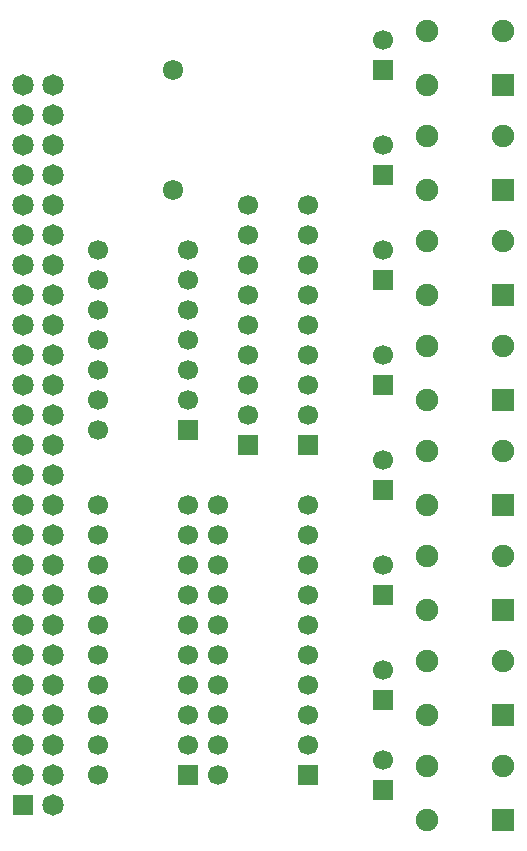
<source format=gbr>
G04 DipTrace 3.2.0.1*
G04 TopMask.gbr*
%MOMM*%
G04 #@! TF.FileFunction,Soldermask,Top*
G04 #@! TF.Part,Single*
%ADD19R,1.7X1.7*%
%ADD20C,1.7*%
%ADD33R,1.82X1.82*%
%ADD35C,1.82*%
%ADD37C,1.9*%
%ADD38R,1.9X1.9*%
%ADD39C,1.724*%
%ADD41C,1.724*%
%ADD43C,1.7*%
%FSLAX35Y35*%
G04*
G71*
G90*
G75*
G01*
G04 TopMask*
%LPD*%
D20*
X-508000Y-5461000D3*
D19*
Y-5715000D3*
D20*
Y-4699000D3*
D19*
Y-4953000D3*
D20*
Y-3810000D3*
D19*
Y-4064000D3*
D20*
Y-2921000D3*
D19*
Y-3175000D3*
D20*
Y-2032000D3*
D19*
Y-2286000D3*
D20*
Y-1143000D3*
D19*
Y-1397000D3*
D20*
Y-254000D3*
D19*
Y-508000D3*
D20*
Y635000D3*
D19*
Y381000D3*
X-1651000Y-2794000D3*
D43*
Y-2540000D3*
Y-2286000D3*
Y-2032000D3*
Y-1778000D3*
Y-1524000D3*
Y-1270000D3*
Y-1016000D3*
Y-762000D3*
D41*
X-2286000Y-635000D3*
D39*
Y381000D3*
D19*
X-1143000Y-2794000D3*
D43*
Y-2540000D3*
Y-2286000D3*
Y-2032000D3*
Y-1778000D3*
Y-1524000D3*
Y-1270000D3*
Y-1016000D3*
Y-762000D3*
D38*
X508000Y-5969000D3*
D37*
Y-5519000D3*
X-142000D3*
Y-5969000D3*
D38*
X508000Y-5080000D3*
D37*
Y-4630000D3*
X-142000D3*
Y-5080000D3*
D38*
X508000Y-4191000D3*
D37*
Y-3741000D3*
X-142000D3*
Y-4191000D3*
D38*
X508000Y-3302000D3*
D37*
Y-2852000D3*
X-142000D3*
Y-3302000D3*
D38*
X508000Y-2413000D3*
D37*
Y-1963000D3*
X-142000D3*
Y-2413000D3*
D38*
X508000Y-1524000D3*
D37*
Y-1074000D3*
X-142000D3*
Y-1524000D3*
D38*
X508000Y-635000D3*
D37*
Y-185000D3*
X-142000D3*
Y-635000D3*
D38*
X508000Y254000D3*
D37*
Y704000D3*
X-142000D3*
Y254000D3*
D19*
X-2159000Y-2667000D3*
D20*
Y-2413000D3*
Y-2159000D3*
Y-1905000D3*
Y-1651000D3*
Y-1397000D3*
Y-1143000D3*
X-2921000D3*
Y-1397000D3*
Y-1651000D3*
Y-1905000D3*
Y-2159000D3*
Y-2413000D3*
Y-2667000D3*
D19*
X-2159000Y-5588000D3*
D20*
Y-5334000D3*
Y-5080000D3*
Y-4826000D3*
Y-4571997D3*
Y-4317997D3*
Y-4064000D3*
Y-3809997D3*
Y-3555997D3*
Y-3302000D3*
X-2921000Y-5587997D3*
Y-5333997D3*
Y-5079997D3*
Y-4826000D3*
Y-4571997D3*
Y-4317997D3*
Y-4064000D3*
Y-3809997D3*
Y-3555997D3*
Y-3302000D3*
D35*
X-3302000Y-5842000D3*
Y-5588000D3*
Y-5334000D3*
Y-5080000D3*
Y-4826000D3*
Y-4572000D3*
Y-4318000D3*
Y-4064000D3*
Y-3810000D3*
Y-3556000D3*
Y-3302000D3*
Y-3048000D3*
Y-2794000D3*
Y-2540000D3*
Y-2286000D3*
Y-2032000D3*
Y-1778000D3*
Y-1524000D3*
Y-1270000D3*
Y-1016000D3*
Y-762000D3*
Y-508000D3*
Y-254000D3*
Y0D3*
Y254000D3*
X-3556000D3*
Y0D3*
Y-254000D3*
Y-508000D3*
Y-762000D3*
Y-1016000D3*
Y-1270000D3*
Y-1524000D3*
Y-1778000D3*
Y-2032000D3*
Y-2286000D3*
Y-2540000D3*
Y-2794000D3*
Y-3048000D3*
Y-3302000D3*
Y-3556000D3*
Y-3810000D3*
Y-4064000D3*
Y-4318000D3*
Y-4572000D3*
Y-4826000D3*
Y-5080000D3*
Y-5334000D3*
Y-5588000D3*
D33*
Y-5842000D3*
D19*
X-1143000Y-5588000D3*
D20*
Y-5334000D3*
Y-5080000D3*
Y-4826000D3*
Y-4571997D3*
Y-4317997D3*
Y-4064000D3*
Y-3809997D3*
Y-3555997D3*
Y-3302000D3*
X-1905000Y-5587997D3*
Y-5333997D3*
Y-5079997D3*
Y-4826000D3*
Y-4571997D3*
Y-4317997D3*
Y-4064000D3*
Y-3809997D3*
Y-3555997D3*
Y-3302000D3*
M02*

</source>
